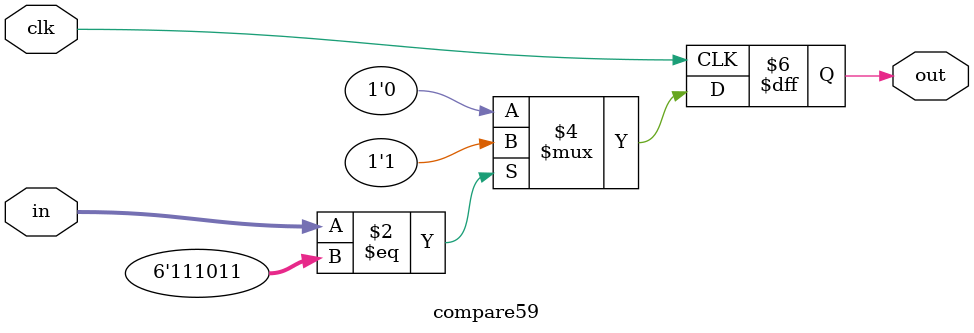
<source format=v>
`timescale 1ns / 1ps


module compare59(
input wire clk,input wire [5:0] in,output reg out
    );
always @(posedge clk) begin
if(in == 59) begin
out = 1;
end
else begin
out = 0;
end
end
endmodule

</source>
